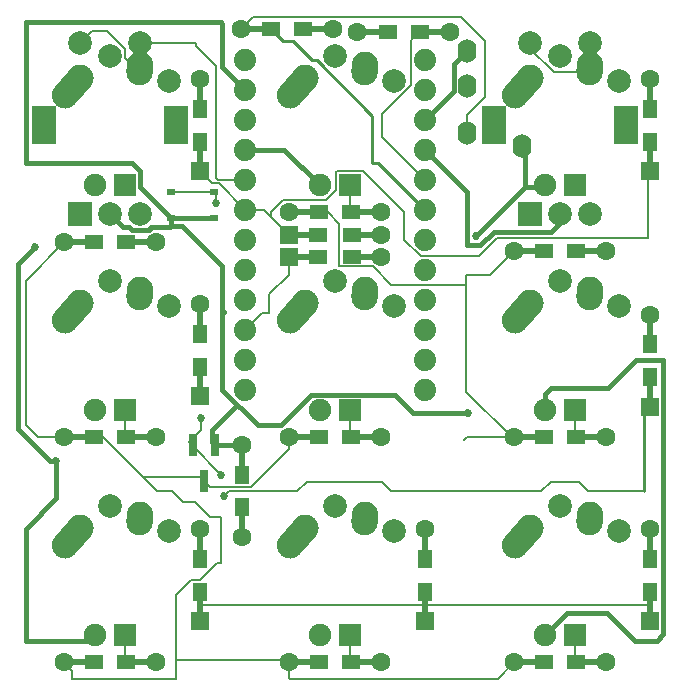
<source format=gbl>
%TF.GenerationSoftware,KiCad,Pcbnew,(5.1.6)-1*%
%TF.CreationDate,2020-12-18T23:07:10-06:00*%
%TF.ProjectId,macropad_3x3,6d616372-6f70-4616-945f-3378332e6b69,rev?*%
%TF.SameCoordinates,Original*%
%TF.FileFunction,Copper,L2,Bot*%
%TF.FilePolarity,Positive*%
%FSLAX46Y46*%
G04 Gerber Fmt 4.6, Leading zero omitted, Abs format (unit mm)*
G04 Created by KiCad (PCBNEW (5.1.6)-1) date 2020-12-18 23:07:10*
%MOMM*%
%LPD*%
G01*
G04 APERTURE LIST*
%TA.AperFunction,ComponentPad*%
%ADD10C,2.000000*%
%TD*%
%TA.AperFunction,WasherPad*%
%ADD11R,2.000000X3.200000*%
%TD*%
%TA.AperFunction,ComponentPad*%
%ADD12R,2.000000X2.000000*%
%TD*%
%TA.AperFunction,SMDPad,CuDef*%
%ADD13R,0.800000X1.900000*%
%TD*%
%TA.AperFunction,Conductor*%
%ADD14R,2.900000X0.500000*%
%TD*%
%TA.AperFunction,ComponentPad*%
%ADD15C,1.600000*%
%TD*%
%TA.AperFunction,SMDPad,CuDef*%
%ADD16R,1.500000X1.200000*%
%TD*%
%TA.AperFunction,Conductor*%
%ADD17R,0.500000X2.900000*%
%TD*%
%TA.AperFunction,SMDPad,CuDef*%
%ADD18R,1.200000X1.500000*%
%TD*%
%TA.AperFunction,ComponentPad*%
%ADD19C,2.250000*%
%TD*%
%TA.AperFunction,ComponentPad*%
%ADD20C,1.905000*%
%TD*%
%TA.AperFunction,ComponentPad*%
%ADD21R,1.905000X1.905000*%
%TD*%
%TA.AperFunction,ComponentPad*%
%ADD22R,1.600000X1.600000*%
%TD*%
%TA.AperFunction,SMDPad,CuDef*%
%ADD23R,1.200000X1.600000*%
%TD*%
%TA.AperFunction,SMDPad,CuDef*%
%ADD24R,1.600000X1.200000*%
%TD*%
%TA.AperFunction,ComponentPad*%
%ADD25O,1.600000X2.000000*%
%TD*%
%TA.AperFunction,SMDPad,CuDef*%
%ADD26R,0.700000X0.500000*%
%TD*%
%TA.AperFunction,ComponentPad*%
%ADD27C,1.879600*%
%TD*%
%TA.AperFunction,ViaPad*%
%ADD28C,0.685800*%
%TD*%
%TA.AperFunction,Conductor*%
%ADD29C,0.152400*%
%TD*%
%TA.AperFunction,Conductor*%
%ADD30C,0.254000*%
%TD*%
%TA.AperFunction,Conductor*%
%ADD31C,0.381000*%
%TD*%
G04 APERTURE END LIST*
D10*
%TO.P,RE2,S1*%
%TO.N,col2*%
X72350000Y-24750000D03*
%TO.P,RE2,S2*%
%TO.N,Net-(D3-Pad2)*%
X67350000Y-24750000D03*
D11*
%TO.P,RE2,*%
%TO.N,*%
X75450000Y-31750000D03*
X64250000Y-31750000D03*
D10*
%TO.P,RE2,B*%
%TO.N,encoder2b*%
X72350000Y-39250000D03*
%TO.P,RE2,C*%
%TO.N,GND*%
X69850000Y-39250000D03*
D12*
%TO.P,RE2,A*%
%TO.N,encoder2a*%
X67350000Y-39250000D03*
%TD*%
D13*
%TO.P,Q1,3*%
%TO.N,LEDsOut*%
X39687500Y-61825000D03*
%TO.P,Q1,2*%
%TO.N,GND*%
X40637500Y-58825000D03*
%TO.P,Q1,1*%
%TO.N,LEDs*%
X38737500Y-58825000D03*
%TD*%
D14*
%TO.N,VCC*%
%TO.C,R11*%
X54105000Y-23812500D03*
%TO.N,SDA*%
X59105000Y-23812500D03*
D15*
%TD*%
%TO.P,R11,1*%
%TO.N,VCC*%
X52705000Y-23812500D03*
%TO.P,R11,2*%
%TO.N,SDA*%
X60505000Y-23812500D03*
D16*
X57955000Y-23812500D03*
%TO.P,R11,1*%
%TO.N,VCC*%
X55255000Y-23812500D03*
%TD*%
D14*
%TO.N,VCC*%
%TO.C,R10*%
X49262500Y-23622000D03*
%TO.N,SCL*%
X44262500Y-23622000D03*
D15*
%TD*%
%TO.P,R10,1*%
%TO.N,VCC*%
X50662500Y-23622000D03*
%TO.P,R10,2*%
%TO.N,SCL*%
X42862500Y-23622000D03*
D16*
X45412500Y-23622000D03*
%TO.P,R10,1*%
%TO.N,VCC*%
X48112500Y-23622000D03*
%TD*%
D14*
%TO.N,LEDsOut*%
%TO.C,R9*%
X67350000Y-77216000D03*
%TO.N,Net-(MX9-Pad4)*%
X72350000Y-77216000D03*
D15*
%TD*%
%TO.P,R9,1*%
%TO.N,LEDsOut*%
X65950000Y-77216000D03*
%TO.P,R9,2*%
%TO.N,Net-(MX9-Pad4)*%
X73750000Y-77216000D03*
D16*
X71200000Y-77216000D03*
%TO.P,R9,1*%
%TO.N,LEDsOut*%
X68500000Y-77216000D03*
%TD*%
D14*
%TO.N,LEDsOut*%
%TO.C,R8*%
X48300000Y-77216000D03*
%TO.N,Net-(MX8-Pad4)*%
X53300000Y-77216000D03*
D15*
%TD*%
%TO.P,R8,1*%
%TO.N,LEDsOut*%
X46900000Y-77216000D03*
%TO.P,R8,2*%
%TO.N,Net-(MX8-Pad4)*%
X54700000Y-77216000D03*
D16*
X52150000Y-77216000D03*
%TO.P,R8,1*%
%TO.N,LEDsOut*%
X49450000Y-77216000D03*
%TD*%
D14*
%TO.N,LEDsOut*%
%TO.C,R7*%
X29250000Y-77216000D03*
%TO.N,Net-(MX7-Pad4)*%
X34250000Y-77216000D03*
D15*
%TD*%
%TO.P,R7,1*%
%TO.N,LEDsOut*%
X27850000Y-77216000D03*
%TO.P,R7,2*%
%TO.N,Net-(MX7-Pad4)*%
X35650000Y-77216000D03*
D16*
X33100000Y-77216000D03*
%TO.P,R7,1*%
%TO.N,LEDsOut*%
X30400000Y-77216000D03*
%TD*%
D14*
%TO.N,LEDsOut*%
%TO.C,R6*%
X67350000Y-58166000D03*
%TO.N,Net-(MX6-Pad4)*%
X72350000Y-58166000D03*
D15*
%TD*%
%TO.P,R6,1*%
%TO.N,LEDsOut*%
X65950000Y-58166000D03*
%TO.P,R6,2*%
%TO.N,Net-(MX6-Pad4)*%
X73750000Y-58166000D03*
D16*
X71200000Y-58166000D03*
%TO.P,R6,1*%
%TO.N,LEDsOut*%
X68500000Y-58166000D03*
%TD*%
D14*
%TO.N,LEDsOut*%
%TO.C,R5*%
X48300000Y-58166000D03*
%TO.N,Net-(MX5-Pad4)*%
X53300000Y-58166000D03*
D15*
%TD*%
%TO.P,R5,1*%
%TO.N,LEDsOut*%
X46900000Y-58166000D03*
%TO.P,R5,2*%
%TO.N,Net-(MX5-Pad4)*%
X54700000Y-58166000D03*
D16*
X52150000Y-58166000D03*
%TO.P,R5,1*%
%TO.N,LEDsOut*%
X49450000Y-58166000D03*
%TD*%
D14*
%TO.N,LEDsOut*%
%TO.C,R4*%
X29250000Y-58166000D03*
%TO.N,Net-(MX4-Pad4)*%
X34250000Y-58166000D03*
D15*
%TD*%
%TO.P,R4,1*%
%TO.N,LEDsOut*%
X27850000Y-58166000D03*
%TO.P,R4,2*%
%TO.N,Net-(MX4-Pad4)*%
X35650000Y-58166000D03*
D16*
X33100000Y-58166000D03*
%TO.P,R4,1*%
%TO.N,LEDsOut*%
X30400000Y-58166000D03*
%TD*%
D14*
%TO.N,LEDsOut*%
%TO.C,R3*%
X67350000Y-42418000D03*
%TO.N,Net-(MX3-Pad4)*%
X72350000Y-42418000D03*
D15*
%TD*%
%TO.P,R3,1*%
%TO.N,LEDsOut*%
X65950000Y-42418000D03*
%TO.P,R3,2*%
%TO.N,Net-(MX3-Pad4)*%
X73750000Y-42418000D03*
D16*
X71200000Y-42418000D03*
%TO.P,R3,1*%
%TO.N,LEDsOut*%
X68500000Y-42418000D03*
%TD*%
D14*
%TO.N,LEDsOut*%
%TO.C,R2*%
X48300000Y-39116000D03*
%TO.N,Net-(MX2-Pad4)*%
X53300000Y-39116000D03*
D15*
%TD*%
%TO.P,R2,1*%
%TO.N,LEDsOut*%
X46900000Y-39116000D03*
%TO.P,R2,2*%
%TO.N,Net-(MX2-Pad4)*%
X54700000Y-39116000D03*
D16*
X52150000Y-39116000D03*
%TO.P,R2,1*%
%TO.N,LEDsOut*%
X49450000Y-39116000D03*
%TD*%
D14*
%TO.N,LEDsOut*%
%TO.C,R1*%
X29250000Y-41656000D03*
%TO.N,Net-(MX1-Pad4)*%
X34250000Y-41656000D03*
D15*
%TD*%
%TO.P,R1,1*%
%TO.N,LEDsOut*%
X27850000Y-41656000D03*
%TO.P,R1,2*%
%TO.N,Net-(MX1-Pad4)*%
X35650000Y-41656000D03*
D16*
X33100000Y-41656000D03*
%TO.P,R1,1*%
%TO.N,LEDsOut*%
X30400000Y-41656000D03*
%TD*%
D17*
%TO.N,GND*%
%TO.C,RQ1*%
X42926000Y-60201000D03*
D18*
%TD*%
%TO.P,RQ1,2*%
%TO.N,GND*%
X42926000Y-61351000D03*
%TO.P,RQ1,1*%
%TO.N,LEDs*%
X42926000Y-64051000D03*
D17*
%TD*%
%TO.N,LEDs*%
%TO.C,RQ1*%
X42926000Y-65201000D03*
D15*
%TO.P,RQ1,2*%
%TO.N,GND*%
X42926000Y-58801000D03*
%TO.P,RQ1,1*%
%TO.N,LEDs*%
X42926000Y-66601000D03*
%TD*%
%TO.P,MX6,2*%
%TO.N,Net-(D6-Pad2)*%
%TA.AperFunction,ComponentPad*%
G36*
G01*
X72273483Y-47422395D02*
X72273483Y-47422395D01*
G75*
G02*
X71227605Y-46223483I76517J1122395D01*
G01*
X71267147Y-45643451D01*
G75*
G02*
X72466059Y-44597573I1122395J-76517D01*
G01*
X72466059Y-44597573D01*
G75*
G02*
X73511937Y-45796485I-76517J-1122395D01*
G01*
X73472395Y-46376517D01*
G75*
G02*
X72273483Y-47422395I-1122395J76517D01*
G01*
G37*
%TD.AperFunction*%
D19*
X72390000Y-45720000D03*
%TO.P,MX6,1*%
%TO.N,col2*%
%TA.AperFunction,ComponentPad*%
G36*
G01*
X65288688Y-49097351D02*
X65288688Y-49097350D01*
G75*
G02*
X65202650Y-47508688I751312J837350D01*
G01*
X66512640Y-46048680D01*
G75*
G02*
X68101302Y-45962642I837350J-751312D01*
G01*
X68101302Y-45962642D01*
G75*
G02*
X68187340Y-47551304I-751312J-837350D01*
G01*
X66877350Y-49011312D01*
G75*
G02*
X65288688Y-49097350I-837350J751312D01*
G01*
G37*
%TD.AperFunction*%
X67350000Y-46800000D03*
D10*
%TO.P,MX6,2*%
%TO.N,Net-(D6-Pad2)*%
X74850000Y-47000000D03*
%TO.P,MX6,1*%
%TO.N,col2*%
X69850000Y-44900000D03*
D20*
%TO.P,MX6,3*%
%TO.N,VCC*%
X68580000Y-55880000D03*
D21*
%TO.P,MX6,4*%
%TO.N,Net-(MX6-Pad4)*%
X71120000Y-55880000D03*
%TD*%
%TO.P,MX9,2*%
%TO.N,Net-(D9-Pad2)*%
%TA.AperFunction,ComponentPad*%
G36*
G01*
X72273483Y-66472395D02*
X72273483Y-66472395D01*
G75*
G02*
X71227605Y-65273483I76517J1122395D01*
G01*
X71267147Y-64693451D01*
G75*
G02*
X72466059Y-63647573I1122395J-76517D01*
G01*
X72466059Y-63647573D01*
G75*
G02*
X73511937Y-64846485I-76517J-1122395D01*
G01*
X73472395Y-65426517D01*
G75*
G02*
X72273483Y-66472395I-1122395J76517D01*
G01*
G37*
%TD.AperFunction*%
D19*
X72390000Y-64770000D03*
%TO.P,MX9,1*%
%TO.N,col2*%
%TA.AperFunction,ComponentPad*%
G36*
G01*
X65288688Y-68147351D02*
X65288688Y-68147350D01*
G75*
G02*
X65202650Y-66558688I751312J837350D01*
G01*
X66512640Y-65098680D01*
G75*
G02*
X68101302Y-65012642I837350J-751312D01*
G01*
X68101302Y-65012642D01*
G75*
G02*
X68187340Y-66601304I-751312J-837350D01*
G01*
X66877350Y-68061312D01*
G75*
G02*
X65288688Y-68147350I-837350J751312D01*
G01*
G37*
%TD.AperFunction*%
X67350000Y-65850000D03*
D10*
%TO.P,MX9,2*%
%TO.N,Net-(D9-Pad2)*%
X74850000Y-66050000D03*
%TO.P,MX9,1*%
%TO.N,col2*%
X69850000Y-63950000D03*
D20*
%TO.P,MX9,3*%
%TO.N,VCC*%
X68580000Y-74930000D03*
D21*
%TO.P,MX9,4*%
%TO.N,Net-(MX9-Pad4)*%
X71120000Y-74930000D03*
%TD*%
%TO.P,MX8,2*%
%TO.N,Net-(D8-Pad2)*%
%TA.AperFunction,ComponentPad*%
G36*
G01*
X53223483Y-66472395D02*
X53223483Y-66472395D01*
G75*
G02*
X52177605Y-65273483I76517J1122395D01*
G01*
X52217147Y-64693451D01*
G75*
G02*
X53416059Y-63647573I1122395J-76517D01*
G01*
X53416059Y-63647573D01*
G75*
G02*
X54461937Y-64846485I-76517J-1122395D01*
G01*
X54422395Y-65426517D01*
G75*
G02*
X53223483Y-66472395I-1122395J76517D01*
G01*
G37*
%TD.AperFunction*%
D19*
X53340000Y-64770000D03*
%TO.P,MX8,1*%
%TO.N,col1*%
%TA.AperFunction,ComponentPad*%
G36*
G01*
X46238688Y-68147351D02*
X46238688Y-68147350D01*
G75*
G02*
X46152650Y-66558688I751312J837350D01*
G01*
X47462640Y-65098680D01*
G75*
G02*
X49051302Y-65012642I837350J-751312D01*
G01*
X49051302Y-65012642D01*
G75*
G02*
X49137340Y-66601304I-751312J-837350D01*
G01*
X47827350Y-68061312D01*
G75*
G02*
X46238688Y-68147350I-837350J751312D01*
G01*
G37*
%TD.AperFunction*%
X48300000Y-65850000D03*
D10*
%TO.P,MX8,2*%
%TO.N,Net-(D8-Pad2)*%
X55800000Y-66050000D03*
%TO.P,MX8,1*%
%TO.N,col1*%
X50800000Y-63950000D03*
D20*
%TO.P,MX8,3*%
%TO.N,VCC*%
X49530000Y-74930000D03*
D21*
%TO.P,MX8,4*%
%TO.N,Net-(MX8-Pad4)*%
X52070000Y-74930000D03*
%TD*%
%TO.P,MX7,2*%
%TO.N,Net-(D7-Pad2)*%
%TA.AperFunction,ComponentPad*%
G36*
G01*
X34173483Y-66472395D02*
X34173483Y-66472395D01*
G75*
G02*
X33127605Y-65273483I76517J1122395D01*
G01*
X33167147Y-64693451D01*
G75*
G02*
X34366059Y-63647573I1122395J-76517D01*
G01*
X34366059Y-63647573D01*
G75*
G02*
X35411937Y-64846485I-76517J-1122395D01*
G01*
X35372395Y-65426517D01*
G75*
G02*
X34173483Y-66472395I-1122395J76517D01*
G01*
G37*
%TD.AperFunction*%
D19*
X34290000Y-64770000D03*
%TO.P,MX7,1*%
%TO.N,col0*%
%TA.AperFunction,ComponentPad*%
G36*
G01*
X27188688Y-68147351D02*
X27188688Y-68147350D01*
G75*
G02*
X27102650Y-66558688I751312J837350D01*
G01*
X28412640Y-65098680D01*
G75*
G02*
X30001302Y-65012642I837350J-751312D01*
G01*
X30001302Y-65012642D01*
G75*
G02*
X30087340Y-66601304I-751312J-837350D01*
G01*
X28777350Y-68061312D01*
G75*
G02*
X27188688Y-68147350I-837350J751312D01*
G01*
G37*
%TD.AperFunction*%
X29250000Y-65850000D03*
D10*
%TO.P,MX7,2*%
%TO.N,Net-(D7-Pad2)*%
X36750000Y-66050000D03*
%TO.P,MX7,1*%
%TO.N,col0*%
X31750000Y-63950000D03*
D20*
%TO.P,MX7,3*%
%TO.N,VCC*%
X30480000Y-74930000D03*
D21*
%TO.P,MX7,4*%
%TO.N,Net-(MX7-Pad4)*%
X33020000Y-74930000D03*
%TD*%
%TO.P,MX5,2*%
%TO.N,Net-(D5-Pad2)*%
%TA.AperFunction,ComponentPad*%
G36*
G01*
X53223483Y-47422395D02*
X53223483Y-47422395D01*
G75*
G02*
X52177605Y-46223483I76517J1122395D01*
G01*
X52217147Y-45643451D01*
G75*
G02*
X53416059Y-44597573I1122395J-76517D01*
G01*
X53416059Y-44597573D01*
G75*
G02*
X54461937Y-45796485I-76517J-1122395D01*
G01*
X54422395Y-46376517D01*
G75*
G02*
X53223483Y-47422395I-1122395J76517D01*
G01*
G37*
%TD.AperFunction*%
D19*
X53340000Y-45720000D03*
%TO.P,MX5,1*%
%TO.N,col1*%
%TA.AperFunction,ComponentPad*%
G36*
G01*
X46238688Y-49097351D02*
X46238688Y-49097350D01*
G75*
G02*
X46152650Y-47508688I751312J837350D01*
G01*
X47462640Y-46048680D01*
G75*
G02*
X49051302Y-45962642I837350J-751312D01*
G01*
X49051302Y-45962642D01*
G75*
G02*
X49137340Y-47551304I-751312J-837350D01*
G01*
X47827350Y-49011312D01*
G75*
G02*
X46238688Y-49097350I-837350J751312D01*
G01*
G37*
%TD.AperFunction*%
X48300000Y-46800000D03*
D10*
%TO.P,MX5,2*%
%TO.N,Net-(D5-Pad2)*%
X55800000Y-47000000D03*
%TO.P,MX5,1*%
%TO.N,col1*%
X50800000Y-44900000D03*
D20*
%TO.P,MX5,3*%
%TO.N,VCC*%
X49530000Y-55880000D03*
D21*
%TO.P,MX5,4*%
%TO.N,Net-(MX5-Pad4)*%
X52070000Y-55880000D03*
%TD*%
%TO.P,MX4,2*%
%TO.N,Net-(D4-Pad2)*%
%TA.AperFunction,ComponentPad*%
G36*
G01*
X34173483Y-47422395D02*
X34173483Y-47422395D01*
G75*
G02*
X33127605Y-46223483I76517J1122395D01*
G01*
X33167147Y-45643451D01*
G75*
G02*
X34366059Y-44597573I1122395J-76517D01*
G01*
X34366059Y-44597573D01*
G75*
G02*
X35411937Y-45796485I-76517J-1122395D01*
G01*
X35372395Y-46376517D01*
G75*
G02*
X34173483Y-47422395I-1122395J76517D01*
G01*
G37*
%TD.AperFunction*%
D19*
X34290000Y-45720000D03*
%TO.P,MX4,1*%
%TO.N,col0*%
%TA.AperFunction,ComponentPad*%
G36*
G01*
X27188688Y-49097351D02*
X27188688Y-49097350D01*
G75*
G02*
X27102650Y-47508688I751312J837350D01*
G01*
X28412640Y-46048680D01*
G75*
G02*
X30001302Y-45962642I837350J-751312D01*
G01*
X30001302Y-45962642D01*
G75*
G02*
X30087340Y-47551304I-751312J-837350D01*
G01*
X28777350Y-49011312D01*
G75*
G02*
X27188688Y-49097350I-837350J751312D01*
G01*
G37*
%TD.AperFunction*%
X29250000Y-46800000D03*
D10*
%TO.P,MX4,2*%
%TO.N,Net-(D4-Pad2)*%
X36750000Y-47000000D03*
%TO.P,MX4,1*%
%TO.N,col0*%
X31750000Y-44900000D03*
D20*
%TO.P,MX4,3*%
%TO.N,VCC*%
X30480000Y-55880000D03*
D21*
%TO.P,MX4,4*%
%TO.N,Net-(MX4-Pad4)*%
X33020000Y-55880000D03*
%TD*%
%TO.P,MX3,2*%
%TO.N,Net-(D3-Pad2)*%
%TA.AperFunction,ComponentPad*%
G36*
G01*
X72273483Y-28372395D02*
X72273483Y-28372395D01*
G75*
G02*
X71227605Y-27173483I76517J1122395D01*
G01*
X71267147Y-26593451D01*
G75*
G02*
X72466059Y-25547573I1122395J-76517D01*
G01*
X72466059Y-25547573D01*
G75*
G02*
X73511937Y-26746485I-76517J-1122395D01*
G01*
X73472395Y-27326517D01*
G75*
G02*
X72273483Y-28372395I-1122395J76517D01*
G01*
G37*
%TD.AperFunction*%
D19*
X72390000Y-26670000D03*
%TO.P,MX3,1*%
%TO.N,col2*%
%TA.AperFunction,ComponentPad*%
G36*
G01*
X65288688Y-30047351D02*
X65288688Y-30047350D01*
G75*
G02*
X65202650Y-28458688I751312J837350D01*
G01*
X66512640Y-26998680D01*
G75*
G02*
X68101302Y-26912642I837350J-751312D01*
G01*
X68101302Y-26912642D01*
G75*
G02*
X68187340Y-28501304I-751312J-837350D01*
G01*
X66877350Y-29961312D01*
G75*
G02*
X65288688Y-30047350I-837350J751312D01*
G01*
G37*
%TD.AperFunction*%
X67350000Y-27750000D03*
D10*
%TO.P,MX3,2*%
%TO.N,Net-(D3-Pad2)*%
X74850000Y-27950000D03*
%TO.P,MX3,1*%
%TO.N,col2*%
X69850000Y-25850000D03*
D20*
%TO.P,MX3,3*%
%TO.N,VCC*%
X68580000Y-36830000D03*
D21*
%TO.P,MX3,4*%
%TO.N,Net-(MX3-Pad4)*%
X71120000Y-36830000D03*
%TD*%
%TO.P,MX2,2*%
%TO.N,Net-(D2-Pad2)*%
%TA.AperFunction,ComponentPad*%
G36*
G01*
X53223483Y-28372395D02*
X53223483Y-28372395D01*
G75*
G02*
X52177605Y-27173483I76517J1122395D01*
G01*
X52217147Y-26593451D01*
G75*
G02*
X53416059Y-25547573I1122395J-76517D01*
G01*
X53416059Y-25547573D01*
G75*
G02*
X54461937Y-26746485I-76517J-1122395D01*
G01*
X54422395Y-27326517D01*
G75*
G02*
X53223483Y-28372395I-1122395J76517D01*
G01*
G37*
%TD.AperFunction*%
D19*
X53340000Y-26670000D03*
%TO.P,MX2,1*%
%TO.N,col1*%
%TA.AperFunction,ComponentPad*%
G36*
G01*
X46238688Y-30047351D02*
X46238688Y-30047350D01*
G75*
G02*
X46152650Y-28458688I751312J837350D01*
G01*
X47462640Y-26998680D01*
G75*
G02*
X49051302Y-26912642I837350J-751312D01*
G01*
X49051302Y-26912642D01*
G75*
G02*
X49137340Y-28501304I-751312J-837350D01*
G01*
X47827350Y-29961312D01*
G75*
G02*
X46238688Y-30047350I-837350J751312D01*
G01*
G37*
%TD.AperFunction*%
X48300000Y-27750000D03*
D10*
%TO.P,MX2,2*%
%TO.N,Net-(D2-Pad2)*%
X55800000Y-27950000D03*
%TO.P,MX2,1*%
%TO.N,col1*%
X50800000Y-25850000D03*
D20*
%TO.P,MX2,3*%
%TO.N,VCC*%
X49530000Y-36830000D03*
D21*
%TO.P,MX2,4*%
%TO.N,Net-(MX2-Pad4)*%
X52070000Y-36830000D03*
%TD*%
%TO.P,MX1,2*%
%TO.N,Net-(D1-Pad2)*%
%TA.AperFunction,ComponentPad*%
G36*
G01*
X34173483Y-28372395D02*
X34173483Y-28372395D01*
G75*
G02*
X33127605Y-27173483I76517J1122395D01*
G01*
X33167147Y-26593451D01*
G75*
G02*
X34366059Y-25547573I1122395J-76517D01*
G01*
X34366059Y-25547573D01*
G75*
G02*
X35411937Y-26746485I-76517J-1122395D01*
G01*
X35372395Y-27326517D01*
G75*
G02*
X34173483Y-28372395I-1122395J76517D01*
G01*
G37*
%TD.AperFunction*%
D19*
X34290000Y-26670000D03*
%TO.P,MX1,1*%
%TO.N,col0*%
%TA.AperFunction,ComponentPad*%
G36*
G01*
X27188688Y-30047351D02*
X27188688Y-30047350D01*
G75*
G02*
X27102650Y-28458688I751312J837350D01*
G01*
X28412640Y-26998680D01*
G75*
G02*
X30001302Y-26912642I837350J-751312D01*
G01*
X30001302Y-26912642D01*
G75*
G02*
X30087340Y-28501304I-751312J-837350D01*
G01*
X28777350Y-29961312D01*
G75*
G02*
X27188688Y-30047350I-837350J751312D01*
G01*
G37*
%TD.AperFunction*%
X29250000Y-27750000D03*
D10*
%TO.P,MX1,2*%
%TO.N,Net-(D1-Pad2)*%
X36750000Y-27950000D03*
%TO.P,MX1,1*%
%TO.N,col0*%
X31750000Y-25850000D03*
D20*
%TO.P,MX1,3*%
%TO.N,VCC*%
X30480000Y-36830000D03*
D21*
%TO.P,MX1,4*%
%TO.N,Net-(MX1-Pad4)*%
X33020000Y-36830000D03*
%TD*%
D22*
%TO.P,D9,1*%
%TO.N,row2*%
X77470000Y-73750000D03*
D15*
%TO.P,D9,2*%
%TO.N,Net-(D9-Pad2)*%
X77470000Y-65950000D03*
D17*
%TD*%
%TO.N,row2*%
%TO.C,D9*%
X77470000Y-72350000D03*
D23*
%TO.P,D9,1*%
%TO.N,row2*%
X77470000Y-71250000D03*
%TO.P,D9,2*%
%TO.N,Net-(D9-Pad2)*%
X77470000Y-68450000D03*
D17*
%TD*%
%TO.N,Net-(D9-Pad2)*%
%TO.C,D9*%
X77470000Y-67350000D03*
D22*
%TO.P,D8,1*%
%TO.N,row2*%
X58420000Y-73750000D03*
D15*
%TO.P,D8,2*%
%TO.N,Net-(D8-Pad2)*%
X58420000Y-65950000D03*
D17*
%TD*%
%TO.N,row2*%
%TO.C,D8*%
X58420000Y-72350000D03*
D23*
%TO.P,D8,1*%
%TO.N,row2*%
X58420000Y-71250000D03*
%TO.P,D8,2*%
%TO.N,Net-(D8-Pad2)*%
X58420000Y-68450000D03*
D17*
%TD*%
%TO.N,Net-(D8-Pad2)*%
%TO.C,D8*%
X58420000Y-67350000D03*
D22*
%TO.P,D7,1*%
%TO.N,row2*%
X39370000Y-73750000D03*
D15*
%TO.P,D7,2*%
%TO.N,Net-(D7-Pad2)*%
X39370000Y-65950000D03*
D17*
%TD*%
%TO.N,row2*%
%TO.C,D7*%
X39370000Y-72350000D03*
D23*
%TO.P,D7,1*%
%TO.N,row2*%
X39370000Y-71250000D03*
%TO.P,D7,2*%
%TO.N,Net-(D7-Pad2)*%
X39370000Y-68450000D03*
D17*
%TD*%
%TO.N,Net-(D7-Pad2)*%
%TO.C,D7*%
X39370000Y-67350000D03*
D22*
%TO.P,D6,1*%
%TO.N,row1*%
X77470000Y-55562500D03*
D15*
%TO.P,D6,2*%
%TO.N,Net-(D6-Pad2)*%
X77470000Y-47762500D03*
D17*
%TD*%
%TO.N,row1*%
%TO.C,D6*%
X77470000Y-54162500D03*
D23*
%TO.P,D6,1*%
%TO.N,row1*%
X77470000Y-53062500D03*
%TO.P,D6,2*%
%TO.N,Net-(D6-Pad2)*%
X77470000Y-50262500D03*
D17*
%TD*%
%TO.N,Net-(D6-Pad2)*%
%TO.C,D6*%
X77470000Y-49162500D03*
D22*
%TO.P,D5,1*%
%TO.N,row1*%
X46900000Y-42862500D03*
D15*
%TO.P,D5,2*%
%TO.N,Net-(D5-Pad2)*%
X54700000Y-42862500D03*
D14*
%TD*%
%TO.N,row1*%
%TO.C,D5*%
X48300000Y-42862500D03*
D24*
%TO.P,D5,1*%
%TO.N,row1*%
X49400000Y-42862500D03*
%TO.P,D5,2*%
%TO.N,Net-(D5-Pad2)*%
X52200000Y-42862500D03*
D14*
%TD*%
%TO.N,Net-(D5-Pad2)*%
%TO.C,D5*%
X53300000Y-42862500D03*
D22*
%TO.P,D4,1*%
%TO.N,row1*%
X39370000Y-54700000D03*
D15*
%TO.P,D4,2*%
%TO.N,Net-(D4-Pad2)*%
X39370000Y-46900000D03*
D17*
%TD*%
%TO.N,row1*%
%TO.C,D4*%
X39370000Y-53300000D03*
D23*
%TO.P,D4,1*%
%TO.N,row1*%
X39370000Y-52200000D03*
%TO.P,D4,2*%
%TO.N,Net-(D4-Pad2)*%
X39370000Y-49400000D03*
D17*
%TD*%
%TO.N,Net-(D4-Pad2)*%
%TO.C,D4*%
X39370000Y-48300000D03*
D22*
%TO.P,D3,1*%
%TO.N,row0*%
X77470000Y-35650000D03*
D15*
%TO.P,D3,2*%
%TO.N,Net-(D3-Pad2)*%
X77470000Y-27850000D03*
D17*
%TD*%
%TO.N,row0*%
%TO.C,D3*%
X77470000Y-34250000D03*
D23*
%TO.P,D3,1*%
%TO.N,row0*%
X77470000Y-33150000D03*
%TO.P,D3,2*%
%TO.N,Net-(D3-Pad2)*%
X77470000Y-30350000D03*
D17*
%TD*%
%TO.N,Net-(D3-Pad2)*%
%TO.C,D3*%
X77470000Y-29250000D03*
D22*
%TO.P,D2,1*%
%TO.N,row0*%
X46900000Y-41021000D03*
D15*
%TO.P,D2,2*%
%TO.N,Net-(D2-Pad2)*%
X54700000Y-41021000D03*
D14*
%TD*%
%TO.N,row0*%
%TO.C,D2*%
X48300000Y-41021000D03*
D24*
%TO.P,D2,1*%
%TO.N,row0*%
X49400000Y-41021000D03*
%TO.P,D2,2*%
%TO.N,Net-(D2-Pad2)*%
X52200000Y-41021000D03*
D14*
%TD*%
%TO.N,Net-(D2-Pad2)*%
%TO.C,D2*%
X53300000Y-41021000D03*
D22*
%TO.P,D1,1*%
%TO.N,row0*%
X39370000Y-35650000D03*
D15*
%TO.P,D1,2*%
%TO.N,Net-(D1-Pad2)*%
X39370000Y-27850000D03*
D17*
%TD*%
%TO.N,row0*%
%TO.C,D1*%
X39370000Y-34250000D03*
D23*
%TO.P,D1,1*%
%TO.N,row0*%
X39370000Y-33150000D03*
%TO.P,D1,2*%
%TO.N,Net-(D1-Pad2)*%
X39370000Y-30350000D03*
D17*
%TD*%
%TO.N,Net-(D1-Pad2)*%
%TO.C,D1*%
X39370000Y-29250000D03*
D25*
%TO.P,U1,1*%
%TO.N,VCC*%
X66593750Y-33525000D03*
%TO.P,U1,2*%
%TO.N,SCL*%
X61993750Y-32425000D03*
%TO.P,U1,4*%
%TO.N,GND*%
X61993750Y-25425000D03*
%TO.P,U1,3*%
%TO.N,SDA*%
X61993750Y-28425000D03*
%TD*%
D26*
%TO.P,reset,2*%
%TO.N,GND*%
X36957000Y-39624000D03*
X40557000Y-39624000D03*
%TO.P,reset,1*%
%TO.N,Net-(B1-Pad22)*%
X36957000Y-37424000D03*
X40557000Y-37424000D03*
%TD*%
D10*
%TO.P,RE1,S1*%
%TO.N,col0*%
X34250000Y-24750000D03*
%TO.P,RE1,S2*%
%TO.N,Net-(D1-Pad2)*%
X29250000Y-24750000D03*
D11*
%TO.P,RE1,*%
%TO.N,*%
X37350000Y-31750000D03*
X26150000Y-31750000D03*
D10*
%TO.P,RE1,B*%
%TO.N,encoder1b*%
X34250000Y-39250000D03*
%TO.P,RE1,C*%
%TO.N,GND*%
X31750000Y-39250000D03*
D12*
%TO.P,RE1,A*%
%TO.N,encoder1a*%
X29250000Y-39250000D03*
%TD*%
D27*
%TO.P,B1,24*%
%TO.N,RAW*%
X43180000Y-26193750D03*
%TO.P,B1,23*%
%TO.N,GND*%
X43180000Y-28733750D03*
%TO.P,B1,22*%
%TO.N,Net-(B1-Pad22)*%
X43180000Y-31273750D03*
%TO.P,B1,21*%
%TO.N,VCC*%
X43180000Y-33813750D03*
%TO.P,B1,20*%
%TO.N,col0*%
X43180000Y-36353750D03*
%TO.P,B1,19*%
%TO.N,row0*%
X43180000Y-38893750D03*
%TO.P,B1,18*%
%TO.N,encoder1a*%
X43180000Y-41433750D03*
%TO.P,B1,17*%
%TO.N,encoder1b*%
X43180000Y-43973750D03*
%TO.P,B1,16*%
%TO.N,row2*%
X43180000Y-46513750D03*
%TO.P,B1,15*%
%TO.N,row1*%
X43180000Y-49053750D03*
%TO.P,B1,14*%
%TO.N,col1*%
X43180000Y-51593750D03*
%TO.P,B1,13*%
%TO.N,LEDs*%
X43180000Y-54133750D03*
%TO.P,B1,12*%
%TO.N,col3*%
X58420000Y-54133750D03*
%TO.P,B1,11*%
%TO.N,row3*%
X58420000Y-51593750D03*
%TO.P,B1,10*%
%TO.N,row5*%
X58420000Y-49053750D03*
%TO.P,B1,9*%
%TO.N,row4*%
X58420000Y-46513750D03*
%TO.P,B1,8*%
%TO.N,encoder2b*%
X58420000Y-43973750D03*
%TO.P,B1,7*%
%TO.N,encoder2a*%
X58420000Y-41433750D03*
%TO.P,B1,6*%
%TO.N,SCL*%
X58420000Y-38893750D03*
%TO.P,B1,5*%
%TO.N,SDA*%
X58420000Y-36353750D03*
%TO.P,B1,4*%
%TO.N,GND*%
X58420000Y-33813750D03*
%TO.P,B1,3*%
X58420000Y-31273750D03*
%TO.P,B1,2*%
%TO.N,RGB_leds*%
X58420000Y-28733750D03*
%TO.P,B1,1*%
%TO.N,col2*%
X58420000Y-26193750D03*
%TD*%
D28*
%TO.N,Net-(B1-Pad22)*%
X40767000Y-38354000D03*
%TO.N,row1*%
X41402000Y-63119000D03*
%TO.N,GND*%
X62103000Y-56134000D03*
%TO.N,LEDs*%
X39497000Y-56515000D03*
X41148000Y-61341000D03*
%TO.N,VCC*%
X25400000Y-42068750D03*
X27168842Y-60143658D03*
X62738000Y-41148000D03*
%TD*%
D29*
%TO.N,Net-(B1-Pad22)*%
X40557000Y-37424000D02*
X36957000Y-37424000D01*
X40767000Y-37634000D02*
X40557000Y-37424000D01*
X40767000Y-38354000D02*
X40767000Y-37634000D01*
%TO.N,col0*%
X34250000Y-24750000D02*
X39037500Y-24750000D01*
X39037500Y-25022316D02*
X40767000Y-26751816D01*
X39037500Y-24750000D02*
X39037500Y-25022316D01*
X40767000Y-26751816D02*
X40767000Y-36195000D01*
X40925750Y-36353750D02*
X43180000Y-36353750D01*
X40767000Y-36195000D02*
X40925750Y-36353750D01*
%TO.N,row2*%
X39370000Y-72350000D02*
X58420000Y-72350000D01*
X58420000Y-72350000D02*
X77470000Y-72350000D01*
%TO.N,row1*%
X46831250Y-42862500D02*
X46900000Y-42862500D01*
X46900000Y-42862500D02*
X46900000Y-44381250D01*
X46900000Y-44381250D02*
X45243750Y-46037500D01*
X45243750Y-46037500D02*
X45243750Y-47625000D01*
X44608750Y-47625000D02*
X43180000Y-49053750D01*
X45243750Y-47625000D02*
X44608750Y-47625000D01*
D30*
X76993750Y-56038750D02*
X77470000Y-55562500D01*
X76993750Y-62706250D02*
X76993750Y-56038750D01*
D29*
X41814750Y-62706250D02*
X41402000Y-63119000D01*
X47625000Y-62706250D02*
X41814750Y-62706250D01*
X54768750Y-61912500D02*
X48418750Y-61912500D01*
X55562500Y-62706250D02*
X54768750Y-61912500D01*
X72231250Y-62706250D02*
X71437500Y-61912500D01*
X48418750Y-61912500D02*
X47625000Y-62706250D01*
X76993750Y-62706250D02*
X72231250Y-62706250D01*
X71437500Y-61912500D02*
X69056250Y-61912500D01*
X69056250Y-61912500D02*
X68262500Y-62706250D01*
X68262500Y-62706250D02*
X55562500Y-62706250D01*
%TO.N,row0*%
X43180000Y-38893750D02*
X44772750Y-38893750D01*
X48300000Y-41021000D02*
X49902400Y-41021000D01*
X40944809Y-36658559D02*
X43180000Y-38893750D01*
X40378559Y-36658559D02*
X40944809Y-36658559D01*
X39370000Y-35650000D02*
X40378559Y-36658559D01*
X44772750Y-38893750D02*
X45405125Y-39526125D01*
X45405125Y-39526125D02*
X46900000Y-41021000D01*
X50018851Y-38087399D02*
X50888899Y-37217351D01*
X46406271Y-38087399D02*
X50018851Y-38087399D01*
X45405125Y-39526125D02*
X45405125Y-39088545D01*
X50888899Y-37217351D02*
X50888899Y-35694619D01*
X45405125Y-39088545D02*
X46406271Y-38087399D01*
X56676372Y-39119890D02*
X56676372Y-41419356D01*
X50934619Y-35648899D02*
X53205381Y-35648899D01*
X50888899Y-35694619D02*
X50934619Y-35648899D01*
X58062365Y-42805349D02*
X62980725Y-42805349D01*
X53205381Y-35648899D02*
X56676372Y-39119890D01*
X56676372Y-41419356D02*
X58062365Y-42805349D01*
D30*
X77597000Y-35777000D02*
X77470000Y-35650000D01*
D29*
X62980725Y-42805349D02*
X64511074Y-41275000D01*
X77343000Y-41275000D02*
X77343000Y-35777000D01*
X64511074Y-41275000D02*
X77343000Y-41275000D01*
X77343000Y-35777000D02*
X77470000Y-35650000D01*
%TO.N,Net-(D1-Pad2)*%
X30249999Y-23750001D02*
X29250000Y-24750000D01*
X31468331Y-23750001D02*
X30249999Y-23750001D01*
X33021399Y-25303069D02*
X31468331Y-23750001D01*
X33021399Y-26021399D02*
X33021399Y-25303069D01*
X34250000Y-27250000D02*
X33021399Y-26021399D01*
%TO.N,Net-(D3-Pad2)*%
X72350000Y-27250000D02*
X69318750Y-27250000D01*
X67350000Y-25281250D02*
X67350000Y-24750000D01*
X69318750Y-27250000D02*
X67350000Y-25281250D01*
%TO.N,GND*%
X41267649Y-23026101D02*
X41260298Y-23018750D01*
D31*
X43180000Y-28733750D02*
X41267649Y-26821399D01*
X41267649Y-23170149D02*
X41116250Y-23018750D01*
X41267649Y-26821399D02*
X41267649Y-23170149D01*
D29*
X41260298Y-23018750D02*
X41116250Y-23018750D01*
D31*
X41116250Y-23018750D02*
X24606250Y-23018750D01*
X31750000Y-39250000D02*
X32886000Y-40386000D01*
X35021605Y-40592901D02*
X35228506Y-40386000D01*
X33605407Y-40592901D02*
X35021605Y-40592901D01*
X32886000Y-40386000D02*
X33398506Y-40386000D01*
X33398506Y-40386000D02*
X33605407Y-40592901D01*
X35228506Y-40386000D02*
X36830000Y-40386000D01*
X36957000Y-40259000D02*
X36830000Y-40386000D01*
X36957000Y-39624000D02*
X36957000Y-40259000D01*
X36957000Y-39624000D02*
X40557000Y-39624000D01*
X33605472Y-34893250D02*
X24606250Y-34893250D01*
X34315401Y-35603179D02*
X33605472Y-34893250D01*
X34315401Y-36982401D02*
X34315401Y-35603179D01*
X36957000Y-39624000D02*
X34315401Y-36982401D01*
X24606250Y-23018750D02*
X24606250Y-34893250D01*
X36957000Y-40259000D02*
X37877750Y-40259000D01*
X37877750Y-40259000D02*
X41275000Y-43656250D01*
X61976000Y-41910000D02*
X61976000Y-37369750D01*
X61976000Y-37369750D02*
X58420000Y-33813750D01*
X69850000Y-40005000D02*
X69088000Y-40767000D01*
X69088000Y-40767000D02*
X64262000Y-40767000D01*
X69850000Y-39250000D02*
X69850000Y-40005000D01*
X63119000Y-41910000D02*
X61976000Y-41910000D01*
X64262000Y-40767000D02*
X63119000Y-41910000D01*
X60850840Y-26567910D02*
X61993750Y-25425000D01*
X60850840Y-28842910D02*
X60850840Y-26567910D01*
X58420000Y-31273750D02*
X60850840Y-28842910D01*
X41275000Y-43656250D02*
X41275000Y-47445000D01*
X41275000Y-47445000D02*
X41402000Y-47572000D01*
X41275000Y-47445000D02*
X41275000Y-54127148D01*
X41275000Y-54127148D02*
X42532426Y-55384574D01*
X40381000Y-57536000D02*
X42532426Y-55384574D01*
X40381000Y-58547000D02*
X40381000Y-57536000D01*
X40635000Y-58801000D02*
X40381000Y-58547000D01*
X42926000Y-58801000D02*
X40635000Y-58801000D01*
X44297852Y-57150000D02*
X42913426Y-55765574D01*
X57396500Y-56134000D02*
X55847099Y-54584599D01*
X42913426Y-55765574D02*
X42532426Y-55384574D01*
X62103000Y-56134000D02*
X57396500Y-56134000D01*
X55847099Y-54584599D02*
X48789907Y-54584599D01*
X48789907Y-54584599D02*
X46224506Y-57150000D01*
X46224506Y-57150000D02*
X44297852Y-57150000D01*
D29*
%TO.N,SDA*%
X54776399Y-32710149D02*
X54776399Y-30791931D01*
X54776399Y-30791931D02*
X57251599Y-28316731D01*
X58420000Y-36353750D02*
X54776399Y-32710149D01*
X57251599Y-24515901D02*
X57955000Y-23812500D01*
X57251599Y-28316731D02*
X57251599Y-24515901D01*
D31*
%TO.N,SCL*%
X44262500Y-23622000D02*
X45412500Y-23622000D01*
X45291101Y-23500601D02*
X45412500Y-23622000D01*
D30*
X49262500Y-26243750D02*
X48849750Y-26243750D01*
X48849750Y-26243750D02*
X47244000Y-24638000D01*
X46428500Y-24638000D02*
X45412500Y-23622000D01*
X47244000Y-24638000D02*
X46428500Y-24638000D01*
X49262500Y-26243750D02*
X53975000Y-30956250D01*
X53975000Y-30956250D02*
X53975000Y-34925000D01*
X53975000Y-34925000D02*
X54451250Y-34925000D01*
X54451250Y-34925000D02*
X58420000Y-38893750D01*
D29*
X61993750Y-30875000D02*
X61993750Y-32425000D01*
X43891101Y-22593399D02*
X61487149Y-22593399D01*
X42862500Y-23622000D02*
X43891101Y-22593399D01*
X63500000Y-24606250D02*
X63500000Y-29368750D01*
X63500000Y-29368750D02*
X61993750Y-30875000D01*
X61487149Y-22593399D02*
X63500000Y-24606250D01*
%TO.N,LEDs*%
X39497000Y-57531000D02*
X38481000Y-58547000D01*
X39497000Y-56515000D02*
X39497000Y-57531000D01*
X38737500Y-58930500D02*
X41148000Y-61341000D01*
X38737500Y-58825000D02*
X38737500Y-58930500D01*
%TO.N,VCC*%
X27168842Y-60143658D02*
X27350184Y-60325000D01*
D31*
X24003000Y-43465750D02*
X25400000Y-42068750D01*
X27168842Y-60143658D02*
X26683909Y-60143658D01*
X24003000Y-57462749D02*
X24003000Y-43465750D01*
X26683909Y-60143658D02*
X24003000Y-57462749D01*
X27168842Y-63318658D02*
X24606250Y-65881250D01*
X27168842Y-60143658D02*
X27168842Y-63318658D01*
X24606250Y-65881250D02*
X24606250Y-75406250D01*
X30003750Y-75406250D02*
X30480000Y-74930000D01*
X24606250Y-75406250D02*
X30003750Y-75406250D01*
X73818750Y-73025000D02*
X70485000Y-73025000D01*
X78030972Y-75406250D02*
X76200000Y-75406250D01*
X78612901Y-74824321D02*
X78030972Y-75406250D01*
X70485000Y-73025000D02*
X68580000Y-74930000D01*
X78612901Y-51625401D02*
X78612901Y-74824321D01*
X69056250Y-53975000D02*
X73940494Y-53975000D01*
X76200000Y-75406250D02*
X73818750Y-73025000D01*
X73940494Y-53975000D02*
X76290093Y-51625401D01*
X68580000Y-54451250D02*
X69056250Y-53975000D01*
X68580000Y-55880000D02*
X68580000Y-54451250D01*
X76290093Y-51625401D02*
X78612901Y-51625401D01*
X43180000Y-33813750D02*
X46513750Y-33813750D01*
X46513750Y-33813750D02*
X49530000Y-36830000D01*
X68453000Y-36957000D02*
X68580000Y-36830000D01*
X62738000Y-41148000D02*
X66929000Y-36957000D01*
X66929000Y-36957000D02*
X68453000Y-36957000D01*
X66929000Y-33860250D02*
X66593750Y-33525000D01*
X66929000Y-36957000D02*
X66929000Y-33860250D01*
D29*
%TO.N,LEDsOut*%
X31178500Y-58166000D02*
X30400000Y-58166000D01*
X39410083Y-70221399D02*
X38587119Y-70221399D01*
X38587119Y-70221399D02*
X37306250Y-71502268D01*
X37306250Y-71502268D02*
X37306250Y-76993750D01*
X46677750Y-76993750D02*
X46900000Y-77216000D01*
X37306250Y-76993750D02*
X46677750Y-76993750D01*
X37306250Y-76993750D02*
X37306250Y-78581250D01*
X37306250Y-78581250D02*
X28575000Y-78581250D01*
X28575000Y-77941000D02*
X27850000Y-77216000D01*
X28575000Y-78581250D02*
X28575000Y-77941000D01*
X46900000Y-77216000D02*
X46900000Y-78512500D01*
X46900000Y-78512500D02*
X46968750Y-78581250D01*
X64584750Y-78581250D02*
X65950000Y-77216000D01*
X46968750Y-78581250D02*
X64584750Y-78581250D01*
X27850000Y-58166000D02*
X25622250Y-58166000D01*
X25622250Y-58166000D02*
X24606250Y-57150000D01*
X24606250Y-44899750D02*
X27850000Y-41656000D01*
X24606250Y-57150000D02*
X24606250Y-44899750D01*
X65747600Y-58166000D02*
X65950000Y-58166000D01*
X61912500Y-54330900D02*
X65747600Y-58166000D01*
X61912500Y-44450000D02*
X61912500Y-54330900D01*
X48300000Y-39116000D02*
X50228500Y-39116000D01*
X51217119Y-43691101D02*
X54006271Y-43691101D01*
X51171399Y-43645381D02*
X51217119Y-43691101D01*
X50228500Y-39116000D02*
X51171399Y-40058899D01*
X54006271Y-43691101D02*
X55558920Y-45243750D01*
X51171399Y-40058899D02*
X51171399Y-43645381D01*
X55558920Y-45243750D02*
X61912500Y-45243750D01*
X63918000Y-44450000D02*
X65950000Y-42418000D01*
X61912500Y-44450000D02*
X63918000Y-44450000D01*
X61996500Y-58166000D02*
X61737500Y-58425000D01*
X65950000Y-58166000D02*
X61996500Y-58166000D01*
X35718750Y-62706250D02*
X36988750Y-62706250D01*
X41148000Y-64897000D02*
X41148000Y-68834000D01*
X40797482Y-68834000D02*
X39410083Y-70221399D01*
X41148000Y-68834000D02*
X40797482Y-68834000D01*
X46900000Y-59138482D02*
X46900000Y-58166000D01*
X43708881Y-62329601D02*
X46900000Y-59138482D01*
X40213601Y-62329601D02*
X43708881Y-62329601D01*
X39431000Y-61547000D02*
X40213601Y-62329601D01*
X34559500Y-61547000D02*
X34385250Y-61372750D01*
X39431000Y-61547000D02*
X34559500Y-61547000D01*
X35718750Y-62706250D02*
X34385250Y-61372750D01*
X34385250Y-61372750D02*
X31178500Y-58166000D01*
X41148000Y-64897000D02*
X40259000Y-64897000D01*
X40259000Y-64897000D02*
X38989000Y-63627000D01*
X37909500Y-63627000D02*
X36988750Y-62706250D01*
X38989000Y-63627000D02*
X37909500Y-63627000D01*
%TO.N,Net-(MX2-Pad4)*%
X52070000Y-39036000D02*
X52150000Y-39116000D01*
X52070000Y-36830000D02*
X52070000Y-39036000D01*
%TO.N,Net-(MX4-Pad4)*%
X33020000Y-58086000D02*
X33100000Y-58166000D01*
X33020000Y-55880000D02*
X33020000Y-58086000D01*
%TO.N,Net-(MX5-Pad4)*%
X52070000Y-58086000D02*
X52150000Y-58166000D01*
X52070000Y-55880000D02*
X52070000Y-58086000D01*
%TO.N,Net-(MX6-Pad4)*%
X71120000Y-58086000D02*
X71200000Y-58166000D01*
X71120000Y-55880000D02*
X71120000Y-58086000D01*
%TO.N,Net-(MX7-Pad4)*%
X33020000Y-77136000D02*
X33100000Y-77216000D01*
X33020000Y-74930000D02*
X33020000Y-77136000D01*
%TO.N,Net-(MX8-Pad4)*%
X52070000Y-77136000D02*
X52150000Y-77216000D01*
X52070000Y-74930000D02*
X52070000Y-77136000D01*
%TO.N,Net-(MX9-Pad4)*%
X71120000Y-77136000D02*
X71200000Y-77216000D01*
X71120000Y-74930000D02*
X71120000Y-77136000D01*
%TD*%
M02*

</source>
